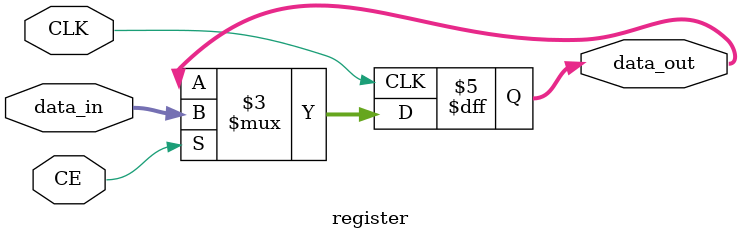
<source format=v>
`timescale 1ns / 1ps


module register #(parameter WIDTH = 16)
    (
        input [WIDTH-1:0] data_in,
        input CLK,
        input CE,
        output reg [WIDTH-1:00] data_out = 0
    );
    
always @(posedge(CLK))
begin
    if(CE)data_out <= data_in; //Jeli CE w stanie wysokim, zapisz rejestr now¹ wartoci¹
end

    
    
    
endmodule

</source>
